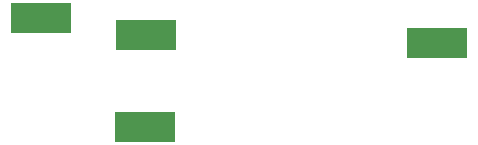
<source format=gbr>
G04 EAGLE Gerber RS-274X export*
G75*
%MOMM*%
%FSLAX34Y34*%
%LPD*%
%INSolderpaste Top*%
%IPPOS*%
%AMOC8*
5,1,8,0,0,1.08239X$1,22.5*%
G01*
%ADD10R,5.080000X2.540000*%


D10*
X239500Y128300D03*
X238600Y50800D03*
X150600Y142600D03*
X485600Y121800D03*
M02*

</source>
